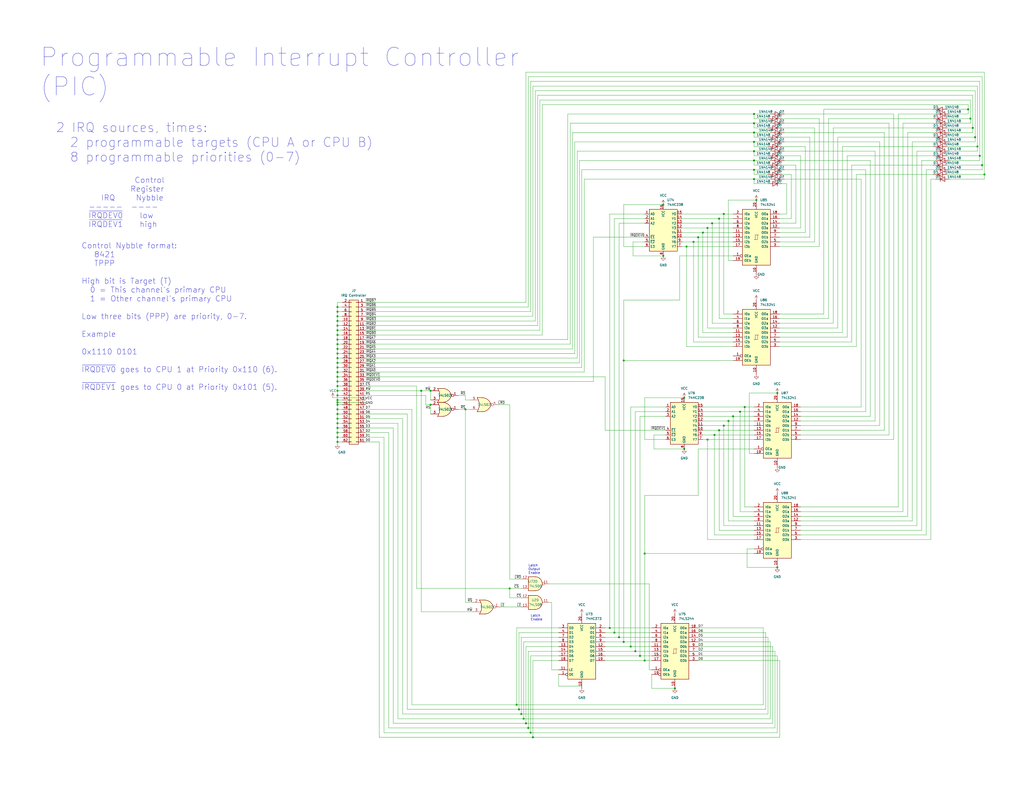
<source format=kicad_sch>
(kicad_sch (version 20211123) (generator eeschema)
  (paper "C")
  (junction (at 278.13 321.31))
  (junction (at 184.15 241.3))
  (junction (at 229.87 213.36))
  (junction (at 381 129.54))
  (junction (at 373.38 217.17))
  (junction (at 184.15 198.12))
  (junction (at 184.15 187.96))
  (junction (at 411.48 72.39))
  (junction (at 349.25 358.14))
  (junction (at 335.28 345.44))
  (junction (at 397.51 229.87))
  (junction (at 361.95 111.76))
  (junction (at 389.89 237.49))
  (junction (at 184.15 205.74))
  (junction (at 184.15 175.26))
  (junction (at 184.15 226.06))
  (junction (at 184.15 228.6))
  (junction (at 337.82 347.98))
  (junction (at 184.15 180.34))
  (junction (at 535.94 90.17))
  (junction (at 184.15 170.18))
  (junction (at 184.15 231.14))
  (junction (at 411.48 67.31))
  (junction (at 374.65 134.62))
  (junction (at 184.15 219.71))
  (junction (at 528.32 59.69))
  (junction (at 424.18 214.63))
  (junction (at 394.97 232.41))
  (junction (at 288.29 397.51))
  (junction (at 400.05 227.33))
  (junction (at 184.15 223.52))
  (junction (at 184.15 236.22))
  (junction (at 351.79 360.68))
  (junction (at 394.97 116.84))
  (junction (at 184.15 177.8))
  (junction (at 406.4 222.25))
  (junction (at 184.15 200.66))
  (junction (at 184.15 215.9))
  (junction (at 234.95 213.36))
  (junction (at 184.15 190.5))
  (junction (at 184.15 193.04))
  (junction (at 184.15 233.68))
  (junction (at 537.21 95.25))
  (junction (at 254 223.52))
  (junction (at 386.08 240.03))
  (junction (at 378.46 132.08))
  (junction (at 340.36 350.52))
  (junction (at 411.48 97.79))
  (junction (at 529.59 64.77))
  (junction (at 403.86 224.79))
  (junction (at 392.43 234.95))
  (junction (at 412.75 109.22))
  (junction (at 184.15 195.58))
  (junction (at 411.48 82.55))
  (junction (at 351.79 302.26))
  (junction (at 332.74 342.9))
  (junction (at 386.08 124.46))
  (junction (at 184.15 213.36))
  (junction (at 284.48 389.89))
  (junction (at 289.56 400.05))
  (junction (at 411.48 92.71))
  (junction (at 184.15 238.76))
  (junction (at 411.48 77.47))
  (junction (at 373.38 245.11))
  (junction (at 234.95 220.98))
  (junction (at 411.48 62.23))
  (junction (at 283.21 387.35))
  (junction (at 184.15 185.42))
  (junction (at 184.15 203.2))
  (junction (at 344.17 353.06))
  (junction (at 530.86 69.85))
  (junction (at 368.3 375.92))
  (junction (at 184.15 182.88))
  (junction (at 184.15 210.82))
  (junction (at 532.13 74.93))
  (junction (at 285.75 392.43))
  (junction (at 184.15 218.44))
  (junction (at 287.02 394.97))
  (junction (at 392.43 119.38))
  (junction (at 184.15 167.64))
  (junction (at 290.83 402.59))
  (junction (at 184.15 172.72))
  (junction (at 340.36 196.85))
  (junction (at 184.15 208.28))
  (junction (at 184.15 220.98))
  (junction (at 411.48 87.63))
  (junction (at 361.95 139.7))
  (junction (at 388.62 121.92))
  (junction (at 346.71 355.6))
  (junction (at 383.54 127))
  (junction (at 534.67 85.09))
  (junction (at 424.18 309.88))
  (junction (at 533.4 80.01))
  (junction (at 281.94 384.81))
  (wire (pts (xy 234.95 213.36) (xy 234.95 218.44)))
  (wire (pts (xy 436.88 224.79) (xy 472.44 224.79)))
  (wire (pts (xy 349.25 227.33) (xy 349.25 358.14)))
  (wire (pts (xy 530.86 69.85) (xy 530.86 52.07)))
  (wire (pts (xy 340.36 111.76) (xy 361.95 111.76)))
  (wire (pts (xy 332.74 116.84) (xy 332.74 342.9)))
  (wire (pts (xy 184.15 175.26) (xy 184.15 177.8)))
  (wire (pts (xy 345.44 132.08) (xy 345.44 139.7)))
  (wire (pts (xy 330.2 360.68) (xy 351.79 360.68)))
  (wire (pts (xy 184.15 219.71) (xy 199.39 219.71)))
  (wire (pts (xy 283.21 345.44) (xy 283.21 387.35)))
  (wire (pts (xy 532.13 74.93) (xy 532.13 77.47)))
  (wire (pts (xy 411.48 237.49) (xy 389.89 237.49)))
  (wire (pts (xy 254 223.52) (xy 254 328.93)))
  (wire (pts (xy 411.48 222.25) (xy 406.4 222.25)))
  (wire (pts (xy 434.34 90.17) (xy 434.34 121.92)))
  (wire (pts (xy 381 184.15) (xy 381 129.54)))
  (wire (pts (xy 184.15 170.18) (xy 186.69 170.18)))
  (wire (pts (xy 317.5 374.65) (xy 304.8 374.65)))
  (wire (pts (xy 184.15 238.76) (xy 184.15 241.3)))
  (wire (pts (xy 400.05 134.62) (xy 374.65 134.62)))
  (wire (pts (xy 184.15 210.82) (xy 186.69 210.82)))
  (wire (pts (xy 411.48 87.63) (xy 411.48 90.17)))
  (wire (pts (xy 436.88 284.48) (xy 497.84 284.48)))
  (wire (pts (xy 400.05 179.07) (xy 386.08 179.07)))
  (wire (pts (xy 340.36 196.85) (xy 340.36 350.52)))
  (wire (pts (xy 285.75 350.52) (xy 304.8 350.52)))
  (wire (pts (xy 184.15 215.9) (xy 186.69 215.9)))
  (wire (pts (xy 482.6 72.39) (xy 482.6 234.95)))
  (wire (pts (xy 299.72 328.93) (xy 300.99 328.93)))
  (wire (pts (xy 351.79 302.26) (xy 411.48 302.26)))
  (wire (pts (xy 534.67 85.09) (xy 534.67 44.45)))
  (wire (pts (xy 184.15 187.96) (xy 186.69 187.96)))
  (wire (pts (xy 374.65 134.62) (xy 372.11 134.62)))
  (wire (pts (xy 346.71 224.79) (xy 346.71 355.6)))
  (wire (pts (xy 420.4343 72.39) (xy 411.48 72.39)))
  (wire (pts (xy 436.88 276.86) (xy 490.22 276.86)))
  (wire (pts (xy 290.83 46.99) (xy 290.83 172.72)))
  (wire (pts (xy 370.84 139.7) (xy 400.05 139.7)))
  (wire (pts (xy 508 97.79) (xy 508 294.64)))
  (wire (pts (xy 411.48 97.79) (xy 411.48 100.33)))
  (wire (pts (xy 469.9 97.79) (xy 469.9 222.25)))
  (wire (pts (xy 477.52 82.55) (xy 477.52 229.87)))
  (wire (pts (xy 419.1 347.98) (xy 419.1 389.89)))
  (wire (pts (xy 464.82 90.17) (xy 464.82 186.69)))
  (wire (pts (xy 516.89 95.25) (xy 537.21 95.25)))
  (wire (pts (xy 425.45 181.61) (xy 459.74 181.61)))
  (wire (pts (xy 411.48 92.71) (xy 411.48 95.25)))
  (wire (pts (xy 516.89 80.01) (xy 533.4 80.01)))
  (wire (pts (xy 425.45 184.15) (xy 462.28 184.15)))
  (wire (pts (xy 436.88 294.64) (xy 508 294.64)))
  (wire (pts (xy 502.92 87.63) (xy 502.92 289.56)))
  (wire (pts (xy 454.66 69.85) (xy 454.66 176.53)))
  (wire (pts (xy 480.06 77.47) (xy 427.99 77.47)))
  (wire (pts (xy 436.88 229.87) (xy 477.52 229.87)))
  (wire (pts (xy 184.15 198.12) (xy 184.15 200.66)))
  (wire (pts (xy 400.05 142.24) (xy 397.51 142.24)))
  (wire (pts (xy 199.39 236.22) (xy 212.09 236.22)))
  (wire (pts (xy 184.15 172.72) (xy 184.15 175.26)))
  (wire (pts (xy 281.94 342.9) (xy 281.94 384.81)))
  (wire (pts (xy 406.4 222.25) (xy 406.4 276.86)))
  (wire (pts (xy 485.14 67.31) (xy 485.14 237.49)))
  (wire (pts (xy 284.48 347.98) (xy 304.8 347.98)))
  (wire (pts (xy 309.88 62.23) (xy 309.88 185.42)))
  (wire (pts (xy 425.45 360.68) (xy 425.45 402.59)))
  (wire (pts (xy 509.27 90.17) (xy 464.82 90.17)))
  (wire (pts (xy 411.48 92.71) (xy 317.5 92.71)))
  (wire (pts (xy 397.51 142.24) (xy 397.51 109.22)))
  (wire (pts (xy 184.15 187.96) (xy 184.15 190.5)))
  (wire (pts (xy 388.62 176.53) (xy 388.62 121.92)))
  (wire (pts (xy 351.79 217.17) (xy 373.38 217.17)))
  (wire (pts (xy 199.39 215.9) (xy 232.41 215.9)))
  (wire (pts (xy 505.46 92.71) (xy 505.46 292.1)))
  (wire (pts (xy 199.39 219.71) (xy 199.39 220.98)))
  (wire (pts (xy 289.56 358.14) (xy 289.56 400.05)))
  (wire (pts (xy 439.42 80.01) (xy 439.42 127)))
  (wire (pts (xy 337.82 121.92) (xy 351.79 121.92)))
  (wire (pts (xy 340.36 350.52) (xy 355.6 350.52)))
  (wire (pts (xy 420.37 82.55) (xy 411.48 82.55)))
  (wire (pts (xy 184.15 215.9) (xy 184.15 218.44)))
  (wire (pts (xy 250.19 223.52) (xy 254 223.52)))
  (wire (pts (xy 425.45 116.84) (xy 429.26 116.84)))
  (wire (pts (xy 429.26 100.33) (xy 429.26 116.84)))
  (wire (pts (xy 199.39 217.17) (xy 199.39 218.44)))
  (wire (pts (xy 400.05 127) (xy 383.54 127)))
  (wire (pts (xy 452.12 64.77) (xy 509.27 64.77)))
  (wire (pts (xy 354.33 318.77) (xy 354.33 365.76)))
  (wire (pts (xy 411.48 240.03) (xy 386.08 240.03)))
  (wire (pts (xy 537.21 39.37) (xy 287.02 39.37)))
  (wire (pts (xy 485.14 67.31) (xy 427.99 67.31)))
  (wire (pts (xy 400.05 281.94) (xy 400.05 227.33)))
  (wire (pts (xy 467.36 95.25) (xy 467.36 189.23)))
  (wire (pts (xy 495.3 72.39) (xy 495.3 281.94)))
  (wire (pts (xy 431.8 95.25) (xy 426.72 95.25)))
  (wire (pts (xy 419.1 64.77) (xy 411.48 64.77)))
  (wire (pts (xy 184.15 219.71) (xy 184.15 220.98)))
  (wire (pts (xy 381 350.52) (xy 420.37 350.52)))
  (wire (pts (xy 284.48 389.89) (xy 419.1 389.89)))
  (wire (pts (xy 351.79 270.51) (xy 351.79 302.26)))
  (wire (pts (xy 184.15 231.14) (xy 184.15 233.68)))
  (wire (pts (xy 363.22 234.95) (xy 330.2 234.95)))
  (wire (pts (xy 278.13 321.31) (xy 284.48 321.31)))
  (wire (pts (xy 394.97 171.45) (xy 400.05 171.45)))
  (wire (pts (xy 199.39 203.2) (xy 318.77 203.2)))
  (wire (pts (xy 537.21 95.25) (xy 537.21 39.37)))
  (wire (pts (xy 278.13 321.31) (xy 278.13 326.39)))
  (wire (pts (xy 283.21 345.44) (xy 304.8 345.44)))
  (wire (pts (xy 217.17 392.43) (xy 285.75 392.43)))
  (wire (pts (xy 349.25 227.33) (xy 363.22 227.33)))
  (wire (pts (xy 184.15 195.58) (xy 184.15 198.12)))
  (wire (pts (xy 184.15 238.76) (xy 186.69 238.76)))
  (wire (pts (xy 530.86 72.39) (xy 518.16 72.39)))
  (wire (pts (xy 184.15 213.36) (xy 186.69 213.36)))
  (wire (pts (xy 400.05 189.23) (xy 374.65 189.23)))
  (wire (pts (xy 467.36 95.25) (xy 509.27 95.25)))
  (wire (pts (xy 184.15 241.3) (xy 184.15 242.57)))
  (wire (pts (xy 436.88 279.4) (xy 492.76 279.4)))
  (wire (pts (xy 199.39 185.42) (xy 309.88 185.42)))
  (wire (pts (xy 184.15 203.2) (xy 186.69 203.2)))
  (wire (pts (xy 424.18 358.14) (xy 424.18 400.05)))
  (wire (pts (xy 356.87 237.49) (xy 356.87 245.11)))
  (wire (pts (xy 184.15 185.42) (xy 186.69 185.42)))
  (wire (pts (xy 340.36 163.83) (xy 370.84 163.83)))
  (wire (pts (xy 316.23 87.63) (xy 316.23 198.12)))
  (wire (pts (xy 408.94 214.63) (xy 424.18 214.63)))
  (wire (pts (xy 411.48 72.39) (xy 312.42 72.39)))
  (wire (pts (xy 400.05 186.69) (xy 378.46 186.69)))
  (wire (pts (xy 411.48 62.23) (xy 411.48 64.77)))
  (wire (pts (xy 411.48 87.63) (xy 316.23 87.63)))
  (wire (pts (xy 400.05 132.08) (xy 378.46 132.08)))
  (wire (pts (xy 330.2 347.98) (xy 337.82 347.98)))
  (wire (pts (xy 411.48 77.47) (xy 411.48 80.01)))
  (wire (pts (xy 454.66 69.85) (xy 509.27 69.85)))
  (wire (pts (xy 381 342.9) (xy 416.56 342.9)))
  (wire (pts (xy 285.75 392.43) (xy 420.37 392.43)))
  (wire (pts (xy 425.45 127) (xy 439.42 127)))
  (wire (pts (xy 397.51 109.22) (xy 412.75 109.22)))
  (wire (pts (xy 184.15 226.06) (xy 184.15 228.6)))
  (wire (pts (xy 436.88 85.09) (xy 436.88 124.46)))
  (wire (pts (xy 516.89 74.93) (xy 532.13 74.93)))
  (wire (pts (xy 227.33 321.31) (xy 278.13 321.31)))
  (wire (pts (xy 370.84 139.7) (xy 370.84 163.83)))
  (wire (pts (xy 529.59 64.77) (xy 529.59 54.61)))
  (wire (pts (xy 184.15 170.18) (xy 184.15 172.72)))
  (wire (pts (xy 487.68 62.23) (xy 487.68 240.03)))
  (wire (pts (xy 199.39 226.06) (xy 222.25 226.06)))
  (wire (pts (xy 462.28 85.09) (xy 462.28 184.15)))
  (wire (pts (xy 492.76 67.31) (xy 510.54 67.31)))
  (wire (pts (xy 533.4 80.01) (xy 533.4 46.99)))
  (wire (pts (xy 184.15 165.1) (xy 184.15 167.64)))
  (wire (pts (xy 184.15 228.6) (xy 184.15 231.14)))
  (wire (pts (xy 426.72 69.85) (xy 444.5 69.85)))
  (wire (pts (xy 492.76 67.31) (xy 492.76 279.4)))
  (wire (pts (xy 222.25 226.06) (xy 222.25 387.35)))
  (wire (pts (xy 411.48 281.94) (xy 400.05 281.94)))
  (wire (pts (xy 378.46 186.69) (xy 378.46 132.08)))
  (wire (pts (xy 199.39 228.6) (xy 219.71 228.6)))
  (wire (pts (xy 287.02 353.06) (xy 304.8 353.06)))
  (wire (pts (xy 330.2 355.6) (xy 346.71 355.6)))
  (wire (pts (xy 425.45 134.62) (xy 447.04 134.62)))
  (wire (pts (xy 509.27 80.01) (xy 459.74 80.01)))
  (wire (pts (xy 400.05 129.54) (xy 381 129.54)))
  (wire (pts (xy 436.88 222.25) (xy 469.9 222.25)))
  (wire (pts (xy 199.39 172.72) (xy 290.83 172.72)))
  (wire (pts (xy 184.15 208.28) (xy 186.69 208.28)))
  (wire (pts (xy 199.39 193.04) (xy 313.69 193.04)))
  (wire (pts (xy 355.6 375.92) (xy 368.3 375.92)))
  (wire (pts (xy 234.95 220.98) (xy 234.95 226.06)))
  (wire (pts (xy 411.48 284.48) (xy 397.51 284.48)))
  (wire (pts (xy 534.67 44.45) (xy 289.56 44.45)))
  (wire (pts (xy 425.45 121.92) (xy 434.34 121.92)))
  (wire (pts (xy 229.87 334.01) (xy 257.81 334.01)))
  (wire (pts (xy 378.46 132.08) (xy 372.11 132.08)))
  (wire (pts (xy 411.48 224.79) (xy 403.86 224.79)))
  (wire (pts (xy 254 223.52) (xy 256.54 223.52)))
  (wire (pts (xy 351.79 302.26) (xy 351.79 360.68)))
  (wire (pts (xy 351.79 132.08) (xy 345.44 132.08)))
  (wire (pts (xy 181.61 217.17) (xy 199.39 217.17)))
  (wire (pts (xy 394.97 287.02) (xy 394.97 232.41)))
  (wire (pts (xy 184.15 198.12) (xy 186.69 198.12)))
  (wire (pts (xy 516.89 90.17) (xy 535.94 90.17)))
  (wire (pts (xy 330.2 205.74) (xy 330.2 234.95)))
  (wire (pts (xy 199.39 165.1) (xy 287.02 165.1)))
  (wire (pts (xy 372.11 116.84) (xy 394.97 116.84)))
  (wire (pts (xy 330.2 353.06) (xy 344.17 353.06)))
  (wire (pts (xy 441.96 74.93) (xy 426.7843 74.93)))
  (wire (pts (xy 487.68 62.23) (xy 427.99 62.23)))
  (wire (pts (xy 199.39 238.76) (xy 209.55 238.76)))
  (wire (pts (xy 490.22 62.23) (xy 510.54 62.23)))
  (wire (pts (xy 436.88 292.1) (xy 505.46 292.1)))
  (wire (pts (xy 184.15 180.34) (xy 186.69 180.34)))
  (wire (pts (xy 340.36 134.62) (xy 340.36 111.76)))
  (wire (pts (xy 444.5 69.85) (xy 444.5 132.08)))
  (wire (pts (xy 335.28 119.38) (xy 335.28 345.44)))
  (wire (pts (xy 199.39 175.26) (xy 292.1 175.26)))
  (wire (pts (xy 420.37 62.23) (xy 411.48 62.23)))
  (wire (pts (xy 184.15 228.6) (xy 186.69 228.6)))
  (wire (pts (xy 287.02 39.37) (xy 287.02 165.1)))
  (wire (pts (xy 528.32 59.69) (xy 516.89 59.69)))
  (wire (pts (xy 400.05 181.61) (xy 383.54 181.61)))
  (wire (pts (xy 411.48 289.56) (xy 392.43 289.56)))
  (wire (pts (xy 184.15 205.74) (xy 186.69 205.74)))
  (wire (pts (xy 518.16 97.79) (xy 537.21 97.79)))
  (wire (pts (xy 199.39 180.34) (xy 294.64 180.34)))
  (wire (pts (xy 411.48 67.31) (xy 311.15 67.31)))
  (wire (pts (xy 528.32 59.69) (xy 528.32 57.15)))
  (wire (pts (xy 407.67 299.72) (xy 411.48 299.72)))
  (wire (pts (xy 381 360.68) (xy 425.45 360.68)))
  (wire (pts (xy 420.37 97.79) (xy 411.48 97.79)))
  (wire (pts (xy 199.39 198.12) (xy 316.23 198.12)))
  (wire (pts (xy 509.27 85.09) (xy 462.28 85.09)))
  (wire (pts (xy 400.05 124.46) (xy 386.08 124.46)))
  (wire (pts (xy 431.8 95.25) (xy 431.8 119.38)))
  (wire (pts (xy 436.88 240.03) (xy 487.68 240.03)))
  (wire (pts (xy 419.1 95.25) (xy 411.48 95.25)))
  (wire (pts (xy 356.87 245.11) (xy 373.38 245.11)))
  (wire (pts (xy 363.22 224.79) (xy 346.71 224.79)))
  (wire (pts (xy 300.99 328.93) (xy 300.99 365.76)))
  (wire (pts (xy 417.83 345.44) (xy 417.83 387.35)))
  (wire (pts (xy 452.12 64.77) (xy 452.12 173.99)))
  (wire (pts (xy 480.06 77.47) (xy 480.06 232.41)))
  (wire (pts (xy 400.05 227.33) (xy 383.54 227.33)))
  (wire (pts (xy 389.89 292.1) (xy 389.89 237.49)))
  (wire (pts (xy 289.56 44.45) (xy 289.56 170.18)))
  (wire (pts (xy 271.78 220.98) (xy 278.13 220.98)))
  (wire (pts (xy 199.39 170.18) (xy 289.56 170.18)))
  (wire (pts (xy 510.54 82.55) (xy 500.38 82.55)))
  (wire (pts (xy 344.17 353.06) (xy 355.6 353.06)))
  (wire (pts (xy 381 355.6) (xy 422.91 355.6)))
  (wire (pts (xy 351.79 270.51) (xy 381 270.51)))
  (wire (pts (xy 351.79 134.62) (xy 340.36 134.62)))
  (wire (pts (xy 184.15 182.88) (xy 186.69 182.88)))
  (wire (pts (xy 389.89 237.49) (xy 383.54 237.49)))
  (wire (pts (xy 184.15 208.28) (xy 184.15 210.82)))
  (wire (pts (xy 294.64 54.61) (xy 294.64 180.34)))
  (wire (pts (xy 411.48 100.33) (xy 419.1 100.33)))
  (wire (pts (xy 383.54 181.61) (xy 383.54 127)))
  (wire (pts (xy 400.05 173.99) (xy 392.43 173.99)))
  (wire (pts (xy 287.02 394.97) (xy 214.63 394.97)))
  (wire (pts (xy 289.56 358.14) (xy 304.8 358.14)))
  (wire (pts (xy 383.54 127) (xy 372.11 127)))
  (wire (pts (xy 284.48 347.98) (xy 284.48 389.89)))
  (wire (pts (xy 400.05 121.92) (xy 388.62 121.92)))
  (wire (pts (xy 288.29 355.6) (xy 304.8 355.6)))
  (wire (pts (xy 314.96 82.55) (xy 314.96 195.58)))
  (wire (pts (xy 420.37 67.31) (xy 411.48 67.31)))
  (wire (pts (xy 411.48 227.33) (xy 400.05 227.33)))
  (wire (pts (xy 509.27 59.69) (xy 449.58 59.69)))
  (wire (pts (xy 184.15 193.04) (xy 184.15 195.58)))
  (wire (pts (xy 411.48 97.79) (xy 318.77 97.79)))
  (wire (pts (xy 411.48 62.23) (xy 309.88 62.23)))
  (wire (pts (xy 416.56 342.9) (xy 416.56 384.81)))
  (wire (pts (xy 184.15 218.44) (xy 184.15 219.71)))
  (wire (pts (xy 337.82 347.98) (xy 355.6 347.98)))
  (wire (pts (xy 254 218.44) (xy 256.54 218.44)))
  (wire (pts (xy 434.34 90.17) (xy 426.72 90.17)))
  (wire (pts (xy 411.48 229.87) (xy 397.51 229.87)))
  (wire (pts (xy 529.59 64.77) (xy 529.59 67.31)))
  (wire (pts (xy 472.44 92.71) (xy 427.99 92.71)))
  (wire (pts (xy 317.5 92.71) (xy 317.5 200.66)))
  (wire (pts (xy 295.91 57.15) (xy 295.91 182.88)))
  (wire (pts (xy 184.15 165.1) (xy 186.69 165.1)))
  (wire (pts (xy 351.79 119.38) (xy 335.28 119.38)))
  (wire (pts (xy 199.39 190.5) (xy 312.42 190.5)))
  (wire (pts (xy 344.17 222.25) (xy 363.22 222.25)))
  (wire (pts (xy 184.15 180.34) (xy 184.15 182.88)))
  (wire (pts (xy 273.05 331.47) (xy 284.48 331.47)))
  (wire (pts (xy 199.39 233.68) (xy 214.63 233.68)))
  (wire (pts (xy 354.33 318.77) (xy 299.72 318.77)))
  (wire (pts (xy 392.43 289.56) (xy 392.43 234.95)))
  (wire (pts (xy 285.75 350.52) (xy 285.75 392.43)))
  (wire (pts (xy 184.15 195.58) (xy 186.69 195.58)))
  (wire (pts (xy 199.39 195.58) (xy 314.96 195.58)))
  (wire (pts (xy 436.88 234.95) (xy 482.6 234.95)))
  (wire (pts (xy 288.29 355.6) (xy 288.29 397.51)))
  (wire (pts (xy 425.45 129.54) (xy 441.96 129.54)))
  (wire (pts (xy 457.2 74.93) (xy 457.2 179.07)))
  (wire (pts (xy 184.15 205.74) (xy 184.15 208.28)))
  (wire (pts (xy 207.01 241.3) (xy 207.01 402.59)))
  (wire (pts (xy 184.15 236.22) (xy 186.69 236.22)))
  (wire (pts (xy 381 358.14) (xy 424.18 358.14)))
  (wire (pts (xy 229.87 213.36) (xy 234.95 213.36)))
  (wire (pts (xy 313.69 77.47) (xy 313.69 193.04)))
  (wire (pts (xy 392.43 119.38) (xy 392.43 173.99)))
  (wire (pts (xy 214.63 233.68) (xy 214.63 394.97)))
  (wire (pts (xy 227.33 210.82) (xy 227.33 321.31)))
  (wire (pts (xy 447.04 64.77) (xy 447.04 134.62)))
  (wire (pts (xy 529.59 54.61) (xy 294.64 54.61)))
  (wire (pts (xy 184.15 210.82) (xy 184.15 213.36)))
  (wire (pts (xy 219.71 228.6) (xy 219.71 389.89)))
  (wire (pts (xy 374.65 189.23) (xy 374.65 134.62)))
  (wire (pts (xy 232.41 220.98) (xy 234.95 220.98)))
  (wire (pts (xy 381 245.11) (xy 411.48 245.11)))
  (wire (pts (xy 419.1 80.01) (xy 411.48 80.01)))
  (wire (pts (xy 516.89 64.77) (xy 529.59 64.77)))
  (wire (pts (xy 351.79 240.03) (xy 351.79 217.17)))
  (wire (pts (xy 212.09 236.22) (xy 212.09 397.51)))
  (wire (pts (xy 184.15 200.66) (xy 184.15 203.2)))
  (wire (pts (xy 184.15 233.68) (xy 184.15 236.22)))
  (wire (pts (xy 184.15 167.64) (xy 184.15 170.18)))
  (wire (pts (xy 323.85 129.54) (xy 323.85 208.28)))
  (wire (pts (xy 184.15 203.2) (xy 184.15 205.74)))
  (wire (pts (xy 411.48 279.4) (xy 403.86 279.4)))
  (wire (pts (xy 400.05 116.84) (xy 394.97 116.84)))
  (wire (pts (xy 311.15 67.31) (xy 311.15 187.96)))
  (wire (pts (xy 340.36 163.83) (xy 340.36 196.85)))
  (wire (pts (xy 281.94 384.81) (xy 416.56 384.81)))
  (wire (pts (xy 509.27 74.93) (xy 457.2 74.93)))
  (wire (pts (xy 372.11 129.54) (xy 381 129.54)))
  (wire (pts (xy 397.51 229.87) (xy 383.54 229.87)))
  (wire (pts (xy 184.15 182.88) (xy 184.15 185.42)))
  (wire (pts (xy 528.32 57.15) (xy 295.91 57.15)))
  (wire (pts (xy 436.88 289.56) (xy 502.92 289.56)))
  (wire (pts (xy 330.2 342.9) (xy 332.74 342.9)))
  (wire (pts (xy 184.15 175.26) (xy 186.69 175.26)))
  (wire (pts (xy 472.44 92.71) (xy 472.44 224.79)))
  (wire (pts (xy 474.98 87.63) (xy 474.98 227.33)))
  (wire (pts (xy 312.42 72.39) (xy 312.42 190.5)))
  (wire (pts (xy 330.2 345.44) (xy 335.28 345.44)))
  (wire (pts (xy 411.48 82.55) (xy 314.96 82.55)))
  (wire (pts (xy 510.54 77.47) (xy 497.84 77.47)))
  (wire (pts (xy 411.48 232.41) (xy 394.97 232.41)))
  (wire (pts (xy 516.89 85.09) (xy 534.67 85.09)))
  (wire (pts (xy 184.15 190.5) (xy 184.15 193.04)))
  (wire (pts (xy 184.15 213.36) (xy 184.15 215.9)))
  (wire (pts (xy 406.4 276.86) (xy 411.48 276.86)))
  (wire (pts (xy 184.15 218.44) (xy 186.69 218.44)))
  (wire (pts (xy 411.48 67.31) (xy 411.48 69.85)))
  (wire (pts (xy 224.79 223.52) (xy 224.79 384.81)))
  (wire (pts (xy 184.15 231.14) (xy 186.69 231.14)))
  (wire (pts (xy 199.39 187.96) (xy 311.15 187.96)))
  (wire (pts (xy 199.39 210.82) (xy 227.33 210.82)))
  (wire (pts (xy 289.56 400.05) (xy 209.55 400.05)))
  (wire (pts (xy 355.6 368.3) (xy 355.6 375.92)))
  (wire (pts (xy 199.39 213.36) (xy 229.87 213.36)))
  (wire (pts (xy 199.39 177.8) (xy 293.37 177.8)))
  (wire (pts (xy 425.45 173.99) (xy 452.12 173.99)))
  (wire (pts (xy 403.86 224.79) (xy 383.54 224.79)))
  (wire (pts (xy 209.55 238.76) (xy 209.55 400.05)))
  (wire (pts (xy 436.88 227.33) (xy 474.98 227.33)))
  (wire (pts (xy 497.84 77.47) (xy 497.84 284.48)))
  (wire (pts (xy 424.18 309.88) (xy 407.67 309.88)))
  (wire (pts (xy 284.48 389.89) (xy 219.71 389.89)))
  (wire (pts (xy 290.83 402.59) (xy 425.45 402.59)))
  (wire (pts (xy 345.44 139.7) (xy 361.95 139.7)))
  (wire (pts (xy 419.1 90.17) (xy 411.48 90.17)))
  (wire (pts (xy 508 97.79) (xy 510.54 97.79)))
  (wire (pts (xy 224.79 384.81) (xy 281.94 384.81)))
  (wire (pts (xy 419.1643 74.93) (xy 411.48 74.93)))
  (wire (pts (xy 354.33 365.76) (xy 355.6 365.76)))
  (wire (pts (xy 528.32 59.69) (xy 528.32 62.23)))
  (wire (pts (xy 411.48 287.02) (xy 394.97 287.02)))
  (wire (pts (xy 381 353.06) (xy 421.64 353.06)))
  (wire (pts (xy 400.05 119.38) (xy 392.43 119.38)))
  (wire (pts (xy 436.88 237.49) (xy 485.14 237.49)))
  (wire (pts (xy 436.88 85.09) (xy 426.72 85.09)))
  (wire (pts (xy 510.54 87.63) (xy 502.92 87.63)))
  (wire (pts (xy 332.74 116.84) (xy 351.79 116.84)))
  (wire (pts (xy 425.45 189.23) (xy 467.36 189.23)))
  (wire (pts (xy 199.39 167.64) (xy 288.29 167.64)))
  (wire (pts (xy 403.86 224.79) (xy 403.86 279.4)))
  (wire (pts (xy 459.74 80.01) (xy 459.74 181.61)))
  (wire (pts (xy 425.45 171.45) (xy 449.58 171.45)))
  (wire (pts (xy 439.42 80.01) (xy 426.72 80.01)))
  (wire (pts (xy 537.21 95.25) (xy 537.21 97.79)))
  (wire (pts (xy 534.67 85.09) (xy 534.67 87.63)))
  (wire (pts (xy 318.77 97.79) (xy 318.77 203.2)))
  (wire (pts (xy 281.94 342.9) (xy 304.8 342.9)))
  (wire (pts (xy 283.21 387.35) (xy 417.83 387.35)))
  (wire (pts (xy 383.54 222.25) (xy 406.4 222.25)))
  (wire (pts (xy 287.02 353.06) (xy 287.02 394.97)))
  (wire (pts (xy 419.1 85.09) (xy 411.48 85.09)))
  (wire (pts (xy 287.02 394.97) (xy 421.64 394.97)))
  (wire (pts (xy 184.15 193.04) (xy 186.69 193.04)))
  (wire (pts (xy 199.39 231.14) (xy 217.17 231.14)))
  (wire (pts (xy 425.45 186.69) (xy 464.82 186.69)))
  (wire (pts (xy 344.17 222.25) (xy 344.17 353.06)))
  (wire (pts (xy 535.94 92.71) (xy 518.16 92.71)))
  (wire (pts (xy 533.4 82.55) (xy 518.16 82.55)))
  (wire (pts (xy 184.15 223.52) (xy 186.69 223.52)))
  (wire (pts (xy 222.25 387.35) (xy 283.21 387.35)))
  (wire (pts (xy 363.22 237.49) (xy 356.87 237.49)))
  (wire (pts (xy 199.39 200.66) (xy 317.5 200.66)))
  (wire (pts (xy 420.37 77.47) (xy 411.48 77.47)))
  (wire (pts (xy 411.48 294.64) (xy 386.08 294.64)))
  (wire (pts (xy 351.79 360.68) (xy 355.6 360.68)))
  (wire (pts (xy 288.29 397.51) (xy 422.91 397.51)))
  (wire (pts (xy 420.37 87.63) (xy 411.48 87.63)))
  (wire (pts (xy 532.13 77.47) (xy 518.16 77.47)))
  (wire (pts (xy 420.37 350.52) (xy 420.37 392.43)))
  (wire (pts (xy 288.29 41.91) (xy 288.29 167.64)))
  (wire (pts (xy 411.48 234.95) (xy 392.43 234.95)))
  (wire (pts (xy 278.13 316.23) (xy 284.48 316.23)))
  (wire (pts (xy 408.94 247.65) (xy 408.94 214.63)))
  (wire (pts (xy 436.88 232.41) (xy 480.06 232.41)))
  (wire (pts (xy 199.39 223.52) (xy 224.79 223.52)))
  (wire (pts (xy 490.22 62.23) (xy 490.22 276.86)))
  (wire (pts (xy 516.89 69.85) (xy 530.86 69.85)))
  (wire (pts (xy 425.45 176.53) (xy 454.66 176.53)))
  (wire (pts (xy 411.48 77.47) (xy 313.69 77.47)))
  (wire (pts (xy 530.86 69.85) (xy 530.86 72.39)))
  (wire (pts (xy 330.2 358.14) (xy 349.25 358.14)))
  (wire (pts (xy 292.1 49.53) (xy 292.1 175.26)))
  (wire (pts (xy 407.67 309.88) (xy 407.67 299.72)))
  (wire (pts (xy 532.13 49.53) (xy 292.1 49.53)))
  (wire (pts (xy 284.48 326.39) (xy 278.13 326.39)))
  (wire (pts (xy 533.4 46.99) (xy 290.83 46.99)))
  (wire (pts (xy 469.9 97.79) (xy 427.99 97.79)))
  (wire (pts (xy 184.15 172.72) (xy 186.69 172.72)))
  (wire (pts (xy 199.39 241.3) (xy 207.01 241.3)))
  (wire (pts (xy 289.56 400.05) (xy 424.18 400.05)))
  (wire (pts (xy 436.88 287.02) (xy 500.38 287.02)))
  (wire (pts (xy 254 328.93) (xy 257.81 328.93)))
  (wire (pts (xy 340.36 196.85) (xy 400.05 196.85)))
  (wire (pts (xy 411.48 247.65) (xy 408.94 247.65)))
  (wire (pts (xy 394.97 232.41) (xy 383.54 232.41)))
  (wire (pts (xy 293.37 52.07) (xy 293.37 177.8)))
  (wire (pts (xy 411.48 292.1) (xy 389.89 292.1)))
  (wire (pts (xy 330.2 350.52) (xy 340.36 350.52)))
  (wire (pts (xy 535.94 41.91) (xy 288.29 41.91)))
  (wire (pts (xy 184.15 220.98) (xy 184.15 223.52)))
  (wire (pts (xy 386.08 294.64) (xy 386.08 240.03)))
  (wire (pts (xy 381 245.11) (xy 381 270.51)))
  (wire (pts (xy 400.05 176.53) (xy 388.62 176.53)))
  (wire (pts (xy 420.37 92.71) (xy 411.48 92.71)))
  (wire (pts (xy 330.2 205.74) (xy 199.39 205.74)))
  (wire (pts (xy 447.04 64.77) (xy 426.72 64.77)))
  (wire (pts (xy 534.67 87.63) (xy 518.16 87.63)))
  (wire (pts (xy 386.08 240.03) (xy 383.54 240.03)))
  (wire (pts (xy 363.22 240.03) (xy 351.79 240.03)))
  (wire (pts (xy 441.96 74.93) (xy 441.96 129.54)))
  (wire (pts (xy 518.16 62.23) (xy 528.32 62.23)))
  (wire (pts (xy 184.15 233.68) (xy 186.69 233.68)))
  (wire (pts (xy 386.08 179.07) (xy 386.08 124.46)))
  (wire (pts (xy 394.97 116.84) (xy 394.97 171.45)))
  (wire (pts (xy 381 345.44) (xy 417.83 345.44)))
  (wire (pts (xy 530.86 52.07) (xy 293.37 52.07)))
  (wire (pts (xy 254 215.9) (xy 254 218.44)))
  (wire (pts (xy 426.72 100.33) (xy 429.26 100.33)))
  (wire (pts (xy 351.79 129.54) (xy 323.85 129.54)))
  (wire (pts (xy 232.41 215.9) (xy 232.41 220.98)))
  (wire (pts (xy 184.15 177.8) (xy 186.69 177.8)))
  (wire (pts (xy 386.08 124.46) (xy 372.11 124.46)))
  (wire (pts (xy 229.87 213.36) (xy 229.87 334.01)))
  (wire (pts (xy 184.15 190.5) (xy 186.69 190.5)))
  (wire (pts (xy 422.91 355.6) (xy 422.91 397.51)))
  (wire (pts (xy 436.88 281.94) (xy 495.3 281.94)))
  (wire (pts (xy 184.15 177.8) (xy 184.15 180.34)))
  (wire (pts (xy 184.15 236.22) (xy 184.15 238.76)))
  (wire (pts (xy 425.45 119.38) (xy 431.8 119.38)))
  (wire (pts (xy 388.62 121.92) (xy 372.11 121.92)))
  (wire (pts (xy 510.54 92.71) (xy 505.46 92.71)))
  (wire (pts (xy 304.8 374.65) (xy 304.8 368.3)))
  (wire (pts (xy 199.39 182.88) (xy 295.91 182.88)))
  (wire (pts (xy 383.54 234.95) (xy 392.43 234.95)))
  (wire (pts (xy 411.48 69.85) (xy 419.1 69.85)))
  (wire (pts (xy 184.15 223.52) (xy 184.15 226.06)))
  (wire (pts (xy 332.74 342.9) (xy 355.6 342.9)))
  (wire (pts (xy 449.58 59.69) (xy 449.58 171.45)))
  (wire (pts (xy 217.17 231.14) (xy 217.17 392.43)))
  (wire (pts (xy 532.13 74.93) (xy 532.13 49.53)))
  (wire (pts (xy 535.94 90.17) (xy 535.94 92.71)))
  (wire (pts (xy 335.28 345.44) (xy 355.6 345.44)))
  (wire (pts (xy 184.15 200.66) (xy 186.69 200.66)))
  (wire (pts (xy 397.51 284.48) (xy 397.51 229.87)))
  (wire (pts (xy 278.13 220.98) (xy 278.13 316.23)))
  (wire (pts (xy 477.52 82.55) (xy 427.99 82.55)))
  (wire (pts (xy 184.15 167.64) (xy 186.69 167.64)))
  (wire (pts (xy 300.99 365.76) (xy 304.8 365.76)))
  (wire (pts (xy 474.98 87.63) (xy 427.99 87.63)))
  (wire (pts (xy 482.6 72.39) (xy 428.0543 72.39)))
  (wire (pts (xy 411.48 82.55) (xy 411.48 85.09)))
  (wire (pts (xy 304.8 360.68) (xy 290.83 360.68)))
  (wire (pts (xy 207.01 402.59) (xy 290.83 402.59)))
  (wire (pts (xy 381 347.98) (xy 419.1 347.98)))
  (wire (pts (xy 337.82 121.92) (xy 337.82 347.98)))
  (wire (pts (xy 510.54 72.39) (xy 495.3 72.39)))
  (wire (pts (xy 500.38 82.55) (xy 500.38 287.02)))
  (wire (pts (xy 411.48 72.39) (xy 411.48 74.93)))
  (wire (pts (xy 184.15 185.42) (xy 184.15 187.96)))
  (wire (pts (xy 184.15 220.98) (xy 186.69 220.98)))
  (wire (pts (xy 346.71 355.6) (xy 355.6 355.6)))
  (wire (pts (xy 425.45 179.07) (xy 457.2 179.07)))
  (wire (pts (xy 400.05 184.15) (xy 381 184.15)))
  (wire (pts (xy 518.16 67.31) (xy 529.59 67.31)))
  (wire (pts (xy 425.45 132.08) (xy 444.5 132.08)))
  (wire (pts (xy 392.43 119.38) (xy 372.11 119.38)))
  (wire (pts (xy 349.25 358.14) (xy 355.6 358.14)))
  (wire (pts (xy 184.15 241.3) (xy 186.69 241.3)))
  (wire (pts (xy 533.4 80.01) (xy 533.4 82.55)))
  (wire (pts (xy 535.94 90.17) (xy 535.94 41.91)))
  (wire (pts (xy 421.64 353.06) (xy 421.64 394.97)))
  (wire (pts (xy 212.09 397.51) (xy 288.29 397.51)))
  (wire (pts (xy 254 215.9) (xy 250.19 215.9)))
  (wire (pts (xy 425.45 124.46) (xy 436.88 124.46)))
  (wire (pts (xy 184.15 226.06) (xy 186.69 226.06)))
  (wire (pts (xy 199.39 208.28) (xy 323.85 208.28)))
  (wire (pts (xy 290.83 360.68) (xy 290.83 402.59)))
  (text "Control Nybble format:\n   8421\n   TPPP\n\nHigh bit is Target (T)\n  0 = This channel's primary CPU\n  1 = Other channel's primary CPU\n\nLow three bits (PPP) are priority, 0-7.\n\nExample\n\n0x1110 0101 \n\n~{IRQDEV0} goes to CPU 1 at Priority 0x110 (6).\n\n~{IRQDEV1} goes to CPU 0 at Priority 0x101 (5)." (at 44.45 213.36 0) (effects (font (size 3 3)) (justify left bottom)))
  (text "           Control \n          Register\n   IRQ     Nybble\n-----  ----\n~{IRQDEV0}    low\n~{IRQDEV1}    high\n" (at 48.26 124.46 0) (effects (font (size 3 3)) (justify left bottom)))
  (text "2 IRQ sources, times:\n  2 programmable targets (CPU A or CPU B)\n  8 programmable priorities (0-7)" (at 30.48 88.9 0) (effects (font (size 5 5)) (justify left bottom)))
  (text "Latch\nEnable" (at 289.56 339.09 0) (effects (font (size 1.27 1.27)) (justify left bottom)))
  (text "Latch\nOutput\nEnable" (at 288.29 313.69 0) (effects (font (size 1.27 1.27)) (justify left bottom)))
  (text "Programmable Interrupt Controller \n(PIC)\n" (at 21.59 53.34 0) (effects (font (size 10 10)) (justify left bottom)))
  (label "~{IRQB5}" (at 199.39 170.18 0))
  (label "~{CS}" (at 199.39 210.82 0))
  (label "D6" (at 199.39 226.06 0))
  (label "D4" (at 381 350.52 0))
  (label "D6" (at 381 345.44 0))
  (label "~{IRQA2}" (at 199.39 198.12 0))
  (label "D4" (at 199.39 231.14 0))
  (label "~{RS}" (at 257.81 328.93 180))
  (label "D2" (at 381 355.6 0))
  (label "~{CS}" (at 283.21 321.31 180))
  (label "~{IRQDEV1}" (at 199.39 205.74 0))
  (label "D3" (at 199.39 233.68 0))
  (label "~{IRQB6}" (at 199.39 167.64 0))
  (label "~{RS}" (at 254 223.52 180))
  (label "D1" (at 199.39 238.76 0))
  (label "RS" (at 234.95 223.52 180))
  (label "D5" (at 199.39 228.6 0))
  (label "~{CS}" (at 284.48 326.39 180))
  (label "~{IRQA0}" (at 199.39 203.2 0))
  (label "~{IRQA7}" (at 199.39 185.42 0))
  (label "~{IRQA4}" (at 199.39 193.04 0))
  (label "~{IRQB4}" (at 199.39 172.72 0))
  (label "~{IRQDEV1}" (at 363.22 234.95 180))
  (label "D7" (at 199.39 223.52 0))
  (label "~{LE}" (at 273.05 331.47 0))
  (label "D7" (at 381 342.9 0))
  (label "~{IRQA6}" (at 199.39 187.96 0))
  (label "~{IRQA5}" (at 199.39 190.5 0))
  (label "D0" (at 199.39 241.3 0))
  (label "R~{W}" (at 257.81 334.01 180))
  (label "VCC" (at 199.39 218.44 0))
  (label "R~{W}" (at 199.39 213.36 0))
  (label "D2" (at 199.39 236.22 0))
  (label "~{IRQB1}" (at 199.39 180.34 0))
  (label "~{IRQDEV0}" (at 199.39 208.28 0))
  (label "~{IRQB7}" (at 199.39 165.1 0))
  (label "RS" (at 199.39 215.9 0))
  (label "~{RD}" (at 254 215.9 180))
  (label "D5" (at 381 347.98 0))
  (label "~{IRQB3}" (at 199.39 175.26 0))
  (label "D1" (at 381 358.14 0))
  (label "~{IRQA1}" (at 199.39 200.66 0))
  (label "~{LRD}" (at 271.78 220.98 0))
  (label "~{IRQB2}" (at 199.39 177.8 0))
  (label "~{LE}" (at 284.48 331.47 180))
  (label "~{LRD}" (at 284.48 316.23 180))
  (label "D0" (at 381 360.68 0))
  (label "~{IRQA3}" (at 199.39 195.58 0))
  (label "~{IRQB0}" (at 199.39 182.88 0))
  (label "GND" (at 199.39 220.98 0))
  (label "D3" (at 381 353.06 0))
  (label "R~{W}" (at 234.95 213.36 180))
  (label "~{IRQDEV0}" (at 351.79 129.54 180))
  (symbol (lib_id "power:VCC") (at 181.61 217.17 0) (unit 1)
    (property "Reference" "#PWR0126" (effects hide))
    (property "Value" "VCC" (at 181.61 213.36 0))
  )
  (symbol (lib_id "Diode:1N4148") (at 424.18 87.63 180) (unit 1)
    (property "Reference" "D?" (at 427.9901 86.36 0) (effects (justify left)))
    (property "Value" "1N4148" (at 421.6401 86.36 0) (effects (justify left)))
    (property "Footprint" "Diode_THT:D_DO-35_SOD27_P7.62mm_Horizontal" (effects hide))
    (property "Datasheet" "https://assets.nexperia.com/documents/data-sheet/1N4148_1N4448.pdf" (effects hide))
  )
  (symbol (lib_id "Diode:1N4148") (at 424.2443 72.39 180) (unit 1)
    (property "Reference" "D?" (at 428.0544 71.12 0) (effects (justify left)))
    (property "Value" "1N4148" (at 421.7044 71.12 0) (effects (justify left)))
    (property "Footprint" "Diode_THT:D_DO-35_SOD27_P7.62mm_Horizontal" (effects hide))
    (property "Datasheet" "https://assets.nexperia.com/documents/data-sheet/1N4148_1N4448.pdf" (effects hide))
  )
  (symbol (lib_id "Diode:1N4148") (at 513.08 74.93 0) (mirror x) (unit 1)
    (property "Reference" "D?" (at 509.2699 73.66 0) (effects (justify left)))
    (property "Value" "1N4148" (at 515.6199 73.66 0) (effects (justify left)))
    (property "Footprint" "Diode_THT:D_DO-35_SOD27_P7.62mm_Horizontal" (effects hide))
    (property "Datasheet" "https://assets.nexperia.com/documents/data-sheet/1N4148_1N4448.pdf" (effects hide))
  )
  (symbol (lib_id "Diode:1N4148") (at 422.91 100.33 180) (unit 1)
    (property "Reference" "D?" (at 426.7201 99.06 0) (effects (justify left)))
    (property "Value" "1N4148" (at 420.3701 99.06 0) (effects (justify left)))
    (property "Footprint" "Diode_THT:D_DO-35_SOD27_P7.62mm_Horizontal" (effects hide))
    (property "Datasheet" "https://assets.nexperia.com/documents/data-sheet/1N4148_1N4448.pdf" (effects hide))
  )
  (symbol (lib_id "74xx:74LS02") (at 242.57 215.9 0) (unit 1)
    (property "Reference" "U68" (effects hide))
    (property "Value" "74LS02" (at 242.57 215.9 0))
    (property "Datasheet" "http://www.ti.com/lit/gpn/sn74ls02" (effects hide))
  )
  (symbol (lib_id "power:VCC") (at 317.5 335.28 0) (unit 1)
    (property "Reference" "#PWR0127" (effects hide))
    (property "Value" "VCC" (at 317.5 330.2 0))
  )
  (symbol (lib_id "Diode:1N4148") (at 513.08 85.09 0) (mirror x) (unit 1)
    (property "Reference" "D?" (at 509.2699 83.82 0) (effects (justify left)))
    (property "Value" "1N4148" (at 515.6199 83.82 0) (effects (justify left)))
    (property "Footprint" "Diode_THT:D_DO-35_SOD27_P7.62mm_Horizontal" (effects hide))
    (property "Datasheet" "https://assets.nexperia.com/documents/data-sheet/1N4148_1N4448.pdf" (effects hide))
  )
  (symbol (lib_name "GND_1") (lib_id "power:GND") (at 424.18 255.27 0) (unit 1)
    (property "Reference" "#PWR0140" (effects hide))
    (property "Value" "GND" (at 426.72 255.27 0))
  )
  (symbol (lib_id "power:GND") (at 184.15 242.57 0) (mirror y) (unit 1)
    (property "Reference" "#PWR0125" (effects hide))
    (property "Value" "GND" (at 186.563 246.9642 0))
  )
  (symbol (lib_name "GND_1") (lib_id "power:GND") (at 412.75 204.47 0) (unit 1)
    (property "Reference" "#PWR0138" (effects hide))
    (property "Value" "GND" (at 412.75 209.55 0))
  )
  (symbol (lib_id "Connector_Generic:Conn_02x31_Odd_Even") (at 194.31 203.2 0) (mirror y) (unit 1)
    (property "Reference" "J?" (at 193.04 158.75 0))
    (property "Value" "IRQ Controller" (at 193.04 161.29 0))
  )
  (symbol (lib_id "74xx:74LS02") (at 264.16 220.98 0) (unit 2)
    (property "Reference" "U65" (effects hide))
    (property "Value" "74LS02" (at 264.16 220.98 0))
    (property "Datasheet" "http://www.ti.com/lit/gpn/sn74ls02" (effects hide))
  )
  (symbol (lib_id "Diode:1N4148") (at 514.35 97.79 0) (mirror x) (unit 1)
    (property "Reference" "D?" (at 510.5399 96.52 0) (effects (justify left)))
    (property "Value" "1N4148" (at 516.8899 96.52 0) (effects (justify left)))
    (property "Footprint" "Diode_THT:D_DO-35_SOD27_P7.62mm_Horizontal" (effects hide))
    (property "Datasheet" "https://assets.nexperia.com/documents/data-sheet/1N4148_1N4448.pdf" (effects hide))
  )
  (symbol (lib_id "Diode:1N4148") (at 424.18 62.23 180) (unit 1)
    (property "Reference" "D?" (at 427.9901 60.96 0) (effects (justify left)))
    (property "Value" "1N4148" (at 421.6401 60.96 0) (effects (justify left)))
    (property "Footprint" "Diode_THT:D_DO-35_SOD27_P7.62mm_Horizontal" (effects hide))
    (property "Datasheet" "https://assets.nexperia.com/documents/data-sheet/1N4148_1N4448.pdf" (effects hide))
  )
  (symbol (lib_id "Diode:1N4148") (at 513.08 69.85 0) (mirror x) (unit 1)
    (property "Reference" "D?" (at 509.2699 68.58 0) (effects (justify left)))
    (property "Value" "1N4148" (at 515.6199 68.58 0) (effects (justify left)))
    (property "Footprint" "Diode_THT:D_DO-35_SOD27_P7.62mm_Horizontal" (effects hide))
    (property "Datasheet" "https://assets.nexperia.com/documents/data-sheet/1N4148_1N4448.pdf" (effects hide))
  )
  (symbol (lib_id "Diode:1N4148") (at 424.18 92.71 180) (unit 1)
    (property "Reference" "D?" (at 427.9901 91.44 0) (effects (justify left)))
    (property "Value" "1N4148" (at 421.6401 91.44 0) (effects (justify left)))
    (property "Footprint" "Diode_THT:D_DO-35_SOD27_P7.62mm_Horizontal" (effects hide))
    (property "Datasheet" "https://assets.nexperia.com/documents/data-sheet/1N4148_1N4448.pdf" (effects hide))
  )
  (symbol (lib_id "74xx:74LS08") (at 292.1 328.93 0) (unit 4)
    (property "Reference" "U2" (at 292.1 327.66 0))
    (property "Value" "74LS08" (at 292.1 330.2 0))
    (property "Datasheet" "http://www.ti.com/lit/gpn/sn74LS08" (effects hide))
  )
  (symbol (lib_id "Diode:1N4148") (at 513.08 64.77 0) (mirror x) (unit 1)
    (property "Reference" "D?" (at 509.2699 63.5 0) (effects (justify left)))
    (property "Value" "1N4148" (at 515.6199 63.5 0) (effects (justify left)))
    (property "Footprint" "Diode_THT:D_DO-35_SOD27_P7.62mm_Horizontal" (effects hide))
    (property "Datasheet" "https://assets.nexperia.com/documents/data-sheet/1N4148_1N4448.pdf" (effects hide))
  )
  (symbol (lib_id "74xx:74LS241") (at 424.18 234.95 0) (unit 1)
    (property "Reference" "U87" (at 426.1994 214.63 0) (effects (justify left)))
    (property "Value" "74LS241" (at 426.1994 217.17 0) (effects (justify left)))
    (property "Datasheet" "http://www.ti.com/lit/ds/symlink/sn74ls241.pdf" (effects hide))
  )
  (symbol (lib_id "Diode:1N4148") (at 422.91 85.09 180) (unit 1)
    (property "Reference" "D?" (at 426.7201 83.82 0) (effects (justify left)))
    (property "Value" "1N4148" (at 420.3701 83.82 0) (effects (justify left)))
    (property "Footprint" "Diode_THT:D_DO-35_SOD27_P7.62mm_Horizontal" (effects hide))
    (property "Datasheet" "https://assets.nexperia.com/documents/data-sheet/1N4148_1N4448.pdf" (effects hide))
  )
  (symbol (lib_id "74xx:74HC238") (at 373.38 232.41 0) (unit 1)
    (property "Reference" "U76" (at 375.3994 214.63 0) (effects (justify left)))
    (property "Value" "74HC238" (at 375.3994 217.17 0) (effects (justify left)))
    (property "Datasheet" "https://www.ti.com/lit/ds/symlink/cd74hc238.pdf" (effects hide))
  )
  (symbol (lib_id "Diode:1N4148") (at 513.08 59.69 0) (mirror x) (unit 1)
    (property "Reference" "D?" (at 509.2699 58.42 0) (effects (justify left)))
    (property "Value" "1N4148" (at 515.6199 58.42 0) (effects (justify left)))
    (property "Footprint" "Diode_THT:D_DO-35_SOD27_P7.62mm_Horizontal" (effects hide))
    (property "Datasheet" "https://assets.nexperia.com/documents/data-sheet/1N4148_1N4448.pdf" (effects hide))
  )
  (symbol (lib_id "74xx:74HC238") (at 361.95 127 0) (unit 1)
    (property "Reference" "U74" (at 363.9694 109.22 0) (effects (justify left)))
    (property "Value" "74HC238" (at 363.9694 111.76 0) (effects (justify left)))
    (property "Datasheet" "https://www.ti.com/lit/ds/symlink/cd74hc238.pdf" (effects hide))
  )
  (symbol (lib_id "power:VCC") (at 412.75 109.22 0) (unit 1)
    (property "Reference" "#PWR0135" (effects hide))
    (property "Value" "VCC" (at 412.75 104.14 0))
  )
  (symbol (lib_id "power:VCC") (at 424.18 269.24 0) (unit 1)
    (property "Reference" "#PWR0141" (effects hide))
    (property "Value" "VCC" (at 424.18 264.16 0))
  )
  (symbol (lib_id "Diode:1N4148") (at 422.9743 74.93 180) (unit 1)
    (property "Reference" "D?" (at 426.7844 73.66 0) (effects (justify left)))
    (property "Value" "1N4148" (at 420.4344 73.66 0) (effects (justify left)))
    (property "Footprint" "Diode_THT:D_DO-35_SOD27_P7.62mm_Horizontal" (effects hide))
    (property "Datasheet" "https://assets.nexperia.com/documents/data-sheet/1N4148_1N4448.pdf" (effects hide))
  )
  (symbol (lib_id "Diode:1N4148") (at 422.91 95.25 180) (unit 1)
    (property "Reference" "D?" (at 426.7201 93.98 0) (effects (justify left)))
    (property "Value" "1N4148" (at 420.3701 93.98 0) (effects (justify left)))
    (property "Footprint" "Diode_THT:D_DO-35_SOD27_P7.62mm_Horizontal" (effects hide))
    (property "Datasheet" "https://assets.nexperia.com/documents/data-sheet/1N4148_1N4448.pdf" (effects hide))
  )
  (symbol (lib_id "Diode:1N4148") (at 514.35 72.39 0) (mirror x) (unit 1)
    (property "Reference" "D?" (at 510.5399 71.12 0) (effects (justify left)))
    (property "Value" "1N4148" (at 516.8899 71.12 0) (effects (justify left)))
    (property "Footprint" "Diode_THT:D_DO-35_SOD27_P7.62mm_Horizontal" (effects hide))
    (property "Datasheet" "https://assets.nexperia.com/documents/data-sheet/1N4148_1N4448.pdf" (effects hide))
  )
  (symbol (lib_name "GND_1") (lib_id "power:GND") (at 412.75 149.86 0) (unit 1)
    (property "Reference" "#PWR0136" (effects hide))
    (property "Value" "GND" (at 415.29 149.86 0))
  )
  (symbol (lib_id "74xx:74LS241") (at 424.18 289.56 0) (unit 1)
    (property "Reference" "U88" (at 426.1994 269.24 0) (effects (justify left)))
    (property "Value" "74LS241" (at 426.1994 271.78 0) (effects (justify left)))
    (property "Datasheet" "http://www.ti.com/lit/ds/symlink/sn74ls241.pdf" (effects hide))
  )
  (symbol (lib_id "74xx:74HC373") (at 317.5 355.6 0) (unit 1)
    (property "Reference" "U73" (at 319.5194 335.28 0) (effects (justify left)))
    (property "Value" "74HC373" (at 319.5194 337.82 0) (effects (justify left)))
    (property "Datasheet" "https://www.ti.com/lit/ds/symlink/cd54hc373.pdf" (effects hide))
  )
  (symbol (lib_name "GND_2") (lib_id "power:GND") (at 368.3 375.92 0) (unit 1)
    (property "Reference" "#PWR0132" (effects hide))
    (property "Value" "GND" (at 368.3 381 0))
  )
  (symbol (lib_name "GND_2") (lib_id "power:GND") (at 424.18 309.88 0) (unit 1)
    (property "Reference" "#PWR0142" (effects hide))
    (property "Value" "GND" (at 424.18 314.96 0))
  )
  (symbol (lib_id "power:VCC") (at 368.3 335.28 0) (unit 1)
    (property "Reference" "#PWR0131" (effects hide))
    (property "Value" "VCC" (at 368.3 330.2 0))
  )
  (symbol (lib_name "GND_1") (lib_id "power:GND") (at 361.95 139.7 0) (unit 1)
    (property "Reference" "#PWR0130" (effects hide))
    (property "Value" "GND" (at 361.95 144.78 0))
  )
  (symbol (lib_name "GND_1") (lib_id "power:GND") (at 373.38 245.11 0) (unit 1)
    (property "Reference" "#PWR0134" (effects hide))
    (property "Value" "GND" (at 373.38 250.19 0))
  )
  (symbol (lib_id "Diode:1N4148") (at 514.35 77.47 0) (mirror x) (unit 1)
    (property "Reference" "D?" (at 510.5399 76.2 0) (effects (justify left)))
    (property "Value" "1N4148" (at 516.8899 76.2 0) (effects (justify left)))
    (property "Footprint" "Diode_THT:D_DO-35_SOD27_P7.62mm_Horizontal" (effects hide))
    (property "Datasheet" "https://assets.nexperia.com/documents/data-sheet/1N4148_1N4448.pdf" (effects hide))
  )
  (symbol (lib_name "GND_2") (lib_id "power:GND") (at 317.5 375.92 0) (unit 1)
    (property "Reference" "#PWR0128" (effects hide))
    (property "Value" "GND" (at 317.5 381 0))
  )
  (symbol (lib_id "74xx:74LS02") (at 242.57 223.52 0) (unit 1)
    (property "Reference" "U69" (effects hide))
    (property "Value" "74LS02" (at 242.57 223.52 0))
    (property "Datasheet" "http://www.ti.com/lit/gpn/sn74ls02" (effects hide))
  )
  (symbol (lib_id "Diode:1N4148") (at 513.08 95.25 0) (mirror x) (unit 1)
    (property "Reference" "D?" (at 509.2699 93.98 0) (effects (justify left)))
    (property "Value" "1N4148" (at 515.6199 93.98 0) (effects (justify left)))
    (property "Footprint" "Diode_THT:D_DO-35_SOD27_P7.62mm_Horizontal" (effects hide))
    (property "Datasheet" "https://assets.nexperia.com/documents/data-sheet/1N4148_1N4448.pdf" (effects hide))
  )
  (symbol (lib_id "Diode:1N4148") (at 424.18 77.47 180) (unit 1)
    (property "Reference" "D?" (at 427.9901 76.2 0) (effects (justify left)))
    (property "Value" "1N4148" (at 421.6401 76.2 0) (effects (justify left)))
    (property "Footprint" "Diode_THT:D_DO-35_SOD27_P7.62mm_Horizontal" (effects hide))
    (property "Datasheet" "https://assets.nexperia.com/documents/data-sheet/1N4148_1N4448.pdf" (effects hide))
  )
  (symbol (lib_id "power:VCC") (at 373.38 217.17 0) (unit 1)
    (property "Reference" "#PWR0133" (effects hide))
    (property "Value" "VCC" (at 373.38 212.09 0))
  )
  (symbol (lib_id "Diode:1N4148") (at 424.18 97.79 180) (unit 1)
    (property "Reference" "D?" (at 427.9901 96.52 0) (effects (justify left)))
    (property "Value" "1N4148" (at 421.6401 96.52 0) (effects (justify left)))
    (property "Footprint" "Diode_THT:D_DO-35_SOD27_P7.62mm_Horizontal" (effects hide))
    (property "Datasheet" "https://assets.nexperia.com/documents/data-sheet/1N4148_1N4448.pdf" (effects hide))
  )
  (symbol (lib_id "Diode:1N4148") (at 424.18 82.55 180) (unit 1)
    (property "Reference" "D?" (at 427.9901 81.28 0) (effects (justify left)))
    (property "Value" "1N4148" (at 421.6401 81.28 0) (effects (justify left)))
    (property "Footprint" "Diode_THT:D_DO-35_SOD27_P7.62mm_Horizontal" (effects hide))
    (property "Datasheet" "https://assets.nexperia.com/documents/data-sheet/1N4148_1N4448.pdf" (effects hide))
  )
  (symbol (lib_id "Diode:1N4148") (at 514.35 62.23 0) (mirror x) (unit 1)
    (property "Reference" "D?" (at 510.5399 60.96 0) (effects (justify left)))
    (property "Value" "1N4148" (at 516.8899 60.96 0) (effects (justify left)))
    (property "Footprint" "Diode_THT:D_DO-35_SOD27_P7.62mm_Horizontal" (effects hide))
    (property "Datasheet" "https://assets.nexperia.com/documents/data-sheet/1N4148_1N4448.pdf" (effects hide))
  )
  (symbol (lib_id "Diode:1N4148") (at 422.91 64.77 180) (unit 1)
    (property "Reference" "D?" (at 426.7201 63.5 0) (effects (justify left)))
    (property "Value" "1N4148" (at 420.3701 63.5 0) (effects (justify left)))
    (property "Footprint" "Diode_THT:D_DO-35_SOD27_P7.62mm_Horizontal" (effects hide))
    (property "Datasheet" "https://assets.nexperia.com/documents/data-sheet/1N4148_1N4448.pdf" (effects hide))
  )
  (symbol (lib_id "power:VCC") (at 361.95 111.76 0) (unit 1)
    (property "Reference" "#PWR0129" (effects hide))
    (property "Value" "VCC" (at 361.95 106.68 0))
  )
  (symbol (lib_id "Diode:1N4148") (at 422.91 80.01 180) (unit 1)
    (property "Reference" "D?" (at 426.7201 78.74 0) (effects (justify left)))
    (property "Value" "1N4148" (at 420.3701 78.74 0) (effects (justify left)))
    (property "Footprint" "Diode_THT:D_DO-35_SOD27_P7.62mm_Horizontal" (effects hide))
    (property "Datasheet" "https://assets.nexperia.com/documents/data-sheet/1N4148_1N4448.pdf" (effects hide))
  )
  (symbol (lib_id "74xx:74LS00") (at 292.1 318.77 0) (unit 4)
    (property "Reference" "U72" (at 290.83 317.5 0))
    (property "Value" "74LS00" (at 292.1 320.04 0))
    (property "Datasheet" "http://www.ti.com/lit/gpn/sn74ls00" (effects hide))
  )
  (symbol (lib_id "Diode:1N4148") (at 514.35 87.63 0) (mirror x) (unit 1)
    (property "Reference" "D?" (at 510.5399 86.36 0) (effects (justify left)))
    (property "Value" "1N4148" (at 516.8899 86.36 0) (effects (justify left)))
    (property "Footprint" "Diode_THT:D_DO-35_SOD27_P7.62mm_Horizontal" (effects hide))
    (property "Datasheet" "https://assets.nexperia.com/documents/data-sheet/1N4148_1N4448.pdf" (effects hide))
  )
  (symbol (lib_id "74xx:74LS02") (at 265.43 331.47 0) (unit 1)
    (property "Reference" "U65" (effects hide))
    (property "Value" "74LS02" (at 265.43 331.47 0))
    (property "Datasheet" "http://www.ti.com/lit/gpn/sn74ls02" (effects hide))
  )
  (symbol (lib_id "74xx:74LS241") (at 412.75 129.54 0) (unit 1)
    (property "Reference" "U85" (at 414.7694 109.22 0) (effects (justify left)))
    (property "Value" "74LS241" (at 414.7694 111.76 0) (effects (justify left)))
    (property "Datasheet" "http://www.ti.com/lit/ds/symlink/sn74ls241.pdf" (effects hide))
  )
  (symbol (lib_id "Diode:1N4148") (at 422.91 69.85 180) (unit 1)
    (property "Reference" "D?" (at 426.7201 68.58 0) (effects (justify left)))
    (property "Value" "1N4148" (at 420.3701 68.58 0) (effects (justify left)))
    (property "Footprint" "Diode_THT:D_DO-35_SOD27_P7.62mm_Horizontal" (effects hide))
    (property "Datasheet" "https://assets.nexperia.com/documents/data-sheet/1N4148_1N4448.pdf" (effects hide))
  )
  (symbol (lib_id "Diode:1N4148") (at 514.35 92.71 0) (mirror x) (unit 1)
    (property "Reference" "D?" (at 510.5399 91.44 0) (effects (justify left)))
    (property "Value" "1N4148" (at 516.8899 91.44 0) (effects (justify left)))
    (property "Footprint" "Diode_THT:D_DO-35_SOD27_P7.62mm_Horizontal" (effects hide))
    (property "Datasheet" "https://assets.nexperia.com/documents/data-sheet/1N4148_1N4448.pdf" (effects hide))
  )
  (symbol (lib_id "Diode:1N4148") (at 422.91 90.17 180) (unit 1)
    (property "Reference" "D?" (at 426.7201 88.9 0) (effects (justify left)))
    (property "Value" "1N4148" (at 420.3701 88.9 0) (effects (justify left)))
    (property "Footprint" "Diode_THT:D_DO-35_SOD27_P7.62mm_Horizontal" (effects hide))
    (property "Datasheet" "https://assets.nexperia.com/documents/data-sheet/1N4148_1N4448.pdf" (effects hide))
  )
  (symbol (lib_id "74xx:74LS241") (at 412.75 184.15 0) (unit 1)
    (property "Reference" "U86" (at 414.7694 163.83 0) (effects (justify left)))
    (property "Value" "74LS241" (at 414.7694 166.37 0) (effects (justify left)))
    (property "Datasheet" "http://www.ti.com/lit/ds/symlink/sn74ls241.pdf" (effects hide))
  )
  (symbol (lib_id "power:VCC") (at 424.18 214.63 0) (unit 1)
    (property "Reference" "#PWR0139" (effects hide))
    (property "Value" "VCC" (at 424.18 209.55 0))
  )
  (symbol (lib_id "74xx:74LS244") (at 368.3 355.6 0) (unit 1)
    (property "Reference" "U75" (at 370.3194 335.28 0) (effects (justify left)))
    (property "Value" "74LS244" (at 370.3194 337.82 0) (effects (justify left)))
    (property "Datasheet" "http://www.ti.com/lit/ds/symlink/sn74ls244.pdf" (effects hide))
  )
  (symbol (lib_id "Diode:1N4148") (at 513.08 90.17 0) (mirror x) (unit 1)
    (property "Reference" "D?" (at 509.2699 88.9 0) (effects (justify left)))
    (property "Value" "1N4148" (at 515.6199 88.9 0) (effects (justify left)))
    (property "Footprint" "Diode_THT:D_DO-35_SOD27_P7.62mm_Horizontal" (effects hide))
    (property "Datasheet" "https://assets.nexperia.com/documents/data-sheet/1N4148_1N4448.pdf" (effects hide))
  )
  (symbol (lib_id "power:VCC") (at 412.75 163.83 0) (unit 1)
    (property "Reference" "#PWR0137" (effects hide))
    (property "Value" "VCC" (at 412.75 158.75 0))
  )
  (symbol (lib_id "Diode:1N4148") (at 424.18 67.31 180) (unit 1)
    (property "Reference" "D?" (at 427.9901 66.04 0) (effects (justify left)))
    (property "Value" "1N4148" (at 421.6401 66.04 0) (effects (justify left)))
    (property "Footprint" "Diode_THT:D_DO-35_SOD27_P7.62mm_Horizontal" (effects hide))
    (property "Datasheet" "https://assets.nexperia.com/documents/data-sheet/1N4148_1N4448.pdf" (effects hide))
  )
  (symbol (lib_id "Diode:1N4148") (at 514.35 82.55 0) (mirror x) (unit 1)
    (property "Reference" "D?" (at 510.5399 81.28 0) (effects (justify left)))
    (property "Value" "1N4148" (at 516.8899 81.28 0) (effects (justify left)))
    (property "Footprint" "Diode_THT:D_DO-35_SOD27_P7.62mm_Horizontal" (effects hide))
    (property "Datasheet" "https://assets.nexperia.com/documents/data-sheet/1N4148_1N4448.pdf" (effects hide))
  )
  (symbol (lib_id "Diode:1N4148") (at 513.08 80.01 0) (mirror x) (unit 1)
    (property "Reference" "D?" (at 509.2699 78.74 0) (effects (justify left)))
    (property "Value" "1N4148" (at 515.6199 78.74 0) (effects (justify left)))
    (property "Footprint" "Diode_THT:D_DO-35_SOD27_P7.62mm_Horizontal" (effects hide))
    (property "Datasheet" "https://assets.nexperia.com/documents/data-sheet/1N4148_1N4448.pdf" (effects hide))
  )
  (symbol (lib_id "Diode:1N4148") (at 514.35 67.31 0) (mirror x) (unit 1)
    (property "Reference" "D?" (at 510.5399 66.04 0) (effects (justify left)))
    (property "Value" "1N4148" (at 516.8899 66.04 0) (effects (justify left)))
    (property "Footprint" "Diode_THT:D_DO-35_SOD27_P7.62mm_Horizontal" (effects hide))
    (property "Datasheet" "https://assets.nexperia.com/documents/data-sheet/1N4148_1N4448.pdf" (effects hide))
  )
)
</source>
